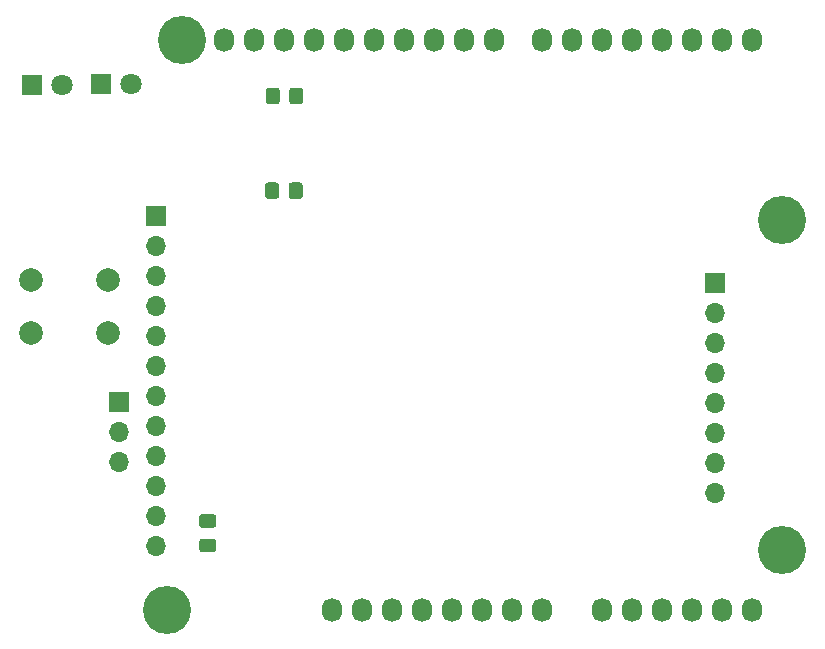
<source format=gbr>
%TF.GenerationSoftware,KiCad,Pcbnew,(5.1.10)-1*%
%TF.CreationDate,2022-03-02T00:29:21+08:00*%
%TF.ProjectId,r71ram_uno,72373172-616d-45f7-956e-6f2e6b696361,rev?*%
%TF.SameCoordinates,Original*%
%TF.FileFunction,Soldermask,Bot*%
%TF.FilePolarity,Negative*%
%FSLAX46Y46*%
G04 Gerber Fmt 4.6, Leading zero omitted, Abs format (unit mm)*
G04 Created by KiCad (PCBNEW (5.1.10)-1) date 2022-03-02 00:29:21*
%MOMM*%
%LPD*%
G01*
G04 APERTURE LIST*
%ADD10O,1.700000X1.700000*%
%ADD11R,1.700000X1.700000*%
%ADD12C,2.000000*%
%ADD13C,1.800000*%
%ADD14R,1.800000X1.800000*%
%ADD15O,1.727200X2.032000*%
%ADD16C,4.064000*%
G04 APERTURE END LIST*
D10*
%TO.C,J3*%
X120973000Y-111370000D03*
X120973000Y-108830000D03*
D11*
X120973000Y-106290000D03*
%TD*%
%TO.C,R3*%
G36*
G01*
X134548000Y-79889999D02*
X134548000Y-80790001D01*
G75*
G02*
X134298001Y-81040000I-249999J0D01*
G01*
X133597999Y-81040000D01*
G75*
G02*
X133348000Y-80790001I0J249999D01*
G01*
X133348000Y-79889999D01*
G75*
G02*
X133597999Y-79640000I249999J0D01*
G01*
X134298001Y-79640000D01*
G75*
G02*
X134548000Y-79889999I0J-249999D01*
G01*
G37*
G36*
G01*
X136548000Y-79889999D02*
X136548000Y-80790001D01*
G75*
G02*
X136298001Y-81040000I-249999J0D01*
G01*
X135597999Y-81040000D01*
G75*
G02*
X135348000Y-80790001I0J249999D01*
G01*
X135348000Y-79889999D01*
G75*
G02*
X135597999Y-79640000I249999J0D01*
G01*
X136298001Y-79640000D01*
G75*
G02*
X136548000Y-79889999I0J-249999D01*
G01*
G37*
%TD*%
%TO.C,R2*%
G36*
G01*
X134498000Y-87914999D02*
X134498000Y-88815001D01*
G75*
G02*
X134248001Y-89065000I-249999J0D01*
G01*
X133547999Y-89065000D01*
G75*
G02*
X133298000Y-88815001I0J249999D01*
G01*
X133298000Y-87914999D01*
G75*
G02*
X133547999Y-87665000I249999J0D01*
G01*
X134248001Y-87665000D01*
G75*
G02*
X134498000Y-87914999I0J-249999D01*
G01*
G37*
G36*
G01*
X136498000Y-87914999D02*
X136498000Y-88815001D01*
G75*
G02*
X136248001Y-89065000I-249999J0D01*
G01*
X135547999Y-89065000D01*
G75*
G02*
X135298000Y-88815001I0J249999D01*
G01*
X135298000Y-87914999D01*
G75*
G02*
X135547999Y-87665000I249999J0D01*
G01*
X136248001Y-87665000D01*
G75*
G02*
X136498000Y-87914999I0J-249999D01*
G01*
G37*
%TD*%
%TO.C,C1*%
G36*
G01*
X128923000Y-116915000D02*
X127973000Y-116915000D01*
G75*
G02*
X127723000Y-116665000I0J250000D01*
G01*
X127723000Y-115990000D01*
G75*
G02*
X127973000Y-115740000I250000J0D01*
G01*
X128923000Y-115740000D01*
G75*
G02*
X129173000Y-115990000I0J-250000D01*
G01*
X129173000Y-116665000D01*
G75*
G02*
X128923000Y-116915000I-250000J0D01*
G01*
G37*
G36*
G01*
X128923000Y-118990000D02*
X127973000Y-118990000D01*
G75*
G02*
X127723000Y-118740000I0J250000D01*
G01*
X127723000Y-118065000D01*
G75*
G02*
X127973000Y-117815000I250000J0D01*
G01*
X128923000Y-117815000D01*
G75*
G02*
X129173000Y-118065000I0J-250000D01*
G01*
X129173000Y-118740000D01*
G75*
G02*
X128923000Y-118990000I-250000J0D01*
G01*
G37*
%TD*%
D12*
%TO.C,SW1*%
X120023000Y-95890000D03*
X120023000Y-100390000D03*
X113523000Y-95890000D03*
X113523000Y-100390000D03*
%TD*%
D13*
%TO.C,D2*%
X121938000Y-79365000D03*
D14*
X119398000Y-79365000D03*
%TD*%
D13*
%TO.C,D1*%
X116088000Y-79415000D03*
D14*
X113548000Y-79415000D03*
%TD*%
D10*
%TO.C,J2*%
X171398000Y-113945000D03*
X171398000Y-111405000D03*
X171398000Y-108865000D03*
X171398000Y-106325000D03*
X171398000Y-103785000D03*
X171398000Y-101245000D03*
X171398000Y-98705000D03*
D11*
X171398000Y-96165000D03*
%TD*%
D10*
%TO.C,J1*%
X124098000Y-118405000D03*
X124098000Y-115865000D03*
X124098000Y-113325000D03*
X124098000Y-110785000D03*
X124098000Y-108245000D03*
X124098000Y-105705000D03*
X124098000Y-103165000D03*
X124098000Y-100625000D03*
X124098000Y-98085000D03*
X124098000Y-95545000D03*
X124098000Y-93005000D03*
D11*
X124098000Y-90465000D03*
%TD*%
D15*
%TO.C,P1*%
X138938000Y-123825000D03*
X141478000Y-123825000D03*
X144018000Y-123825000D03*
X146558000Y-123825000D03*
X149098000Y-123825000D03*
X151638000Y-123825000D03*
X154178000Y-123825000D03*
X156718000Y-123825000D03*
%TD*%
%TO.C,P2*%
X161798000Y-123825000D03*
X164338000Y-123825000D03*
X166878000Y-123825000D03*
X169418000Y-123825000D03*
X171958000Y-123825000D03*
X174498000Y-123825000D03*
%TD*%
%TO.C,P3*%
X129794000Y-75565000D03*
X132334000Y-75565000D03*
X134874000Y-75565000D03*
X137414000Y-75565000D03*
X139954000Y-75565000D03*
X142494000Y-75565000D03*
X145034000Y-75565000D03*
X147574000Y-75565000D03*
X150114000Y-75565000D03*
X152654000Y-75565000D03*
%TD*%
%TO.C,P4*%
X156718000Y-75565000D03*
X159258000Y-75565000D03*
X161798000Y-75565000D03*
X164338000Y-75565000D03*
X166878000Y-75565000D03*
X169418000Y-75565000D03*
X171958000Y-75565000D03*
X174498000Y-75565000D03*
%TD*%
D16*
%TO.C,P5*%
X124968000Y-123825000D03*
%TD*%
%TO.C,P6*%
X177038000Y-118745000D03*
%TD*%
%TO.C,P7*%
X126238000Y-75565000D03*
%TD*%
%TO.C,P8*%
X177038000Y-90805000D03*
%TD*%
M02*

</source>
